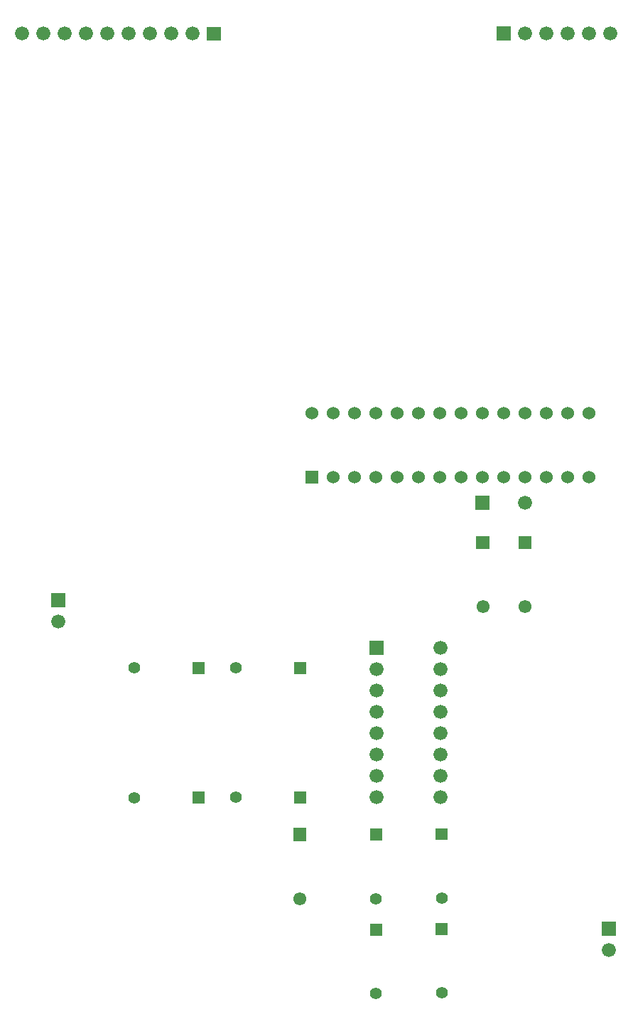
<source format=gbr>
G04 start of page 5 for group -4062 idx -4062 *
G04 Title: rolin, soldermask *
G04 Creator: pcb 20091103 *
G04 CreationDate: vie 09 abr 2010 17:35:00 GMT UTC *
G04 For: jegc *
G04 Format: Gerber/RS-274X *
G04 PCB-Dimensions: 314961 629921 *
G04 PCB-Coordinate-Origin: lower left *
%MOIN*%
%FSLAX25Y25*%
%LNBACKMASK*%
%ADD12C,0.0600*%
%ADD13C,0.0200*%
%ADD20C,0.0660*%
%ADD21C,0.0560*%
%ADD22C,0.0610*%
G54D20*X75473Y595512D03*
X65473D03*
X55473D03*
X45473D03*
G54D13*G36*
X102173Y598812D02*Y592212D01*
X108773D01*
Y598812D01*
X102173D01*
G37*
G54D20*X95473Y595512D03*
X85473D03*
X35473D03*
X25473D03*
X15473D03*
G54D13*G36*
X238236Y598930D02*Y592330D01*
X244836D01*
Y598930D01*
X238236D01*
G37*
G54D20*X251536Y595630D03*
X261536D03*
X271536D03*
X281536D03*
X291536D03*
G54D13*G36*
X95390Y301068D02*Y295468D01*
X100990D01*
Y301068D01*
X95390D01*
G37*
G54D21*X68190Y298268D03*
G54D13*G36*
X143028Y301028D02*Y295428D01*
X148628D01*
Y301028D01*
X143028D01*
G37*
G54D21*X115828Y298228D03*
G54D13*G36*
X29259Y333417D02*Y326817D01*
X35859D01*
Y333417D01*
X29259D01*
G37*
G54D20*X32559Y320117D03*
G54D13*G36*
X178355Y310897D02*Y304297D01*
X184955D01*
Y310897D01*
X178355D01*
G37*
G54D20*X211655Y307597D03*
X181655Y297597D03*
X211655Y287597D03*
Y297597D03*
X181655Y287597D03*
Y277597D03*
Y267597D03*
Y257597D03*
Y247597D03*
G54D13*G36*
X248389Y360108D02*Y354008D01*
X254489D01*
Y360108D01*
X248389D01*
G37*
G54D12*X251576Y387569D03*
X261576D03*
X271576D03*
X281576D03*
G54D20*X251550Y375536D03*
G54D22*X251439Y327058D03*
G54D13*G36*
X228579Y360016D02*Y353916D01*
X234679D01*
Y360016D01*
X228579D01*
G37*
G54D22*X231629Y326966D03*
G54D13*G36*
X228250Y378836D02*Y372236D01*
X234850D01*
Y378836D01*
X228250D01*
G37*
G36*
X148576Y390569D02*Y384569D01*
X154576D01*
Y390569D01*
X148576D01*
G37*
G54D12*X161576Y387569D03*
X171576D03*
X181576D03*
X191576D03*
X201576D03*
X211576D03*
Y417569D03*
X221576Y387569D03*
X231576D03*
X241576D03*
X201576Y417569D03*
X191576D03*
X181576D03*
X171576D03*
X161576D03*
X151576D03*
X231576D03*
X221576D03*
X241576D03*
X251576D03*
X261576D03*
X271576D03*
X281576D03*
G54D13*G36*
X178692Y178356D02*Y172756D01*
X184292D01*
Y178356D01*
X178692D01*
G37*
G54D21*X181492Y145556D03*
G54D13*G36*
X142622Y223167D02*Y217067D01*
X148722D01*
Y223167D01*
X142622D01*
G37*
G54D22*X145672Y190117D03*
G54D13*G36*
X178693Y222923D02*Y217323D01*
X184293D01*
Y222923D01*
X178693D01*
G37*
G54D21*X181493Y190123D03*
G54D20*X290827Y166023D03*
G54D13*G36*
X209522Y178709D02*Y173109D01*
X215122D01*
Y178709D01*
X209522D01*
G37*
G54D21*X212322Y145909D03*
G54D13*G36*
X95429Y240241D02*Y234641D01*
X101029D01*
Y240241D01*
X95429D01*
G37*
G54D21*X68229Y237441D03*
G54D13*G36*
X143065Y240319D02*Y234719D01*
X148665D01*
Y240319D01*
X143065D01*
G37*
G54D21*X115865Y237519D03*
G54D13*G36*
X209481Y223120D02*Y217520D01*
X215081D01*
Y223120D01*
X209481D01*
G37*
G54D20*X181655Y237597D03*
X211655D03*
G54D21*X212281Y190320D03*
G54D13*G36*
X287527Y179323D02*Y172723D01*
X294127D01*
Y179323D01*
X287527D01*
G37*
G54D20*X211655Y247597D03*
Y257597D03*
Y267597D03*
Y277597D03*
M02*

</source>
